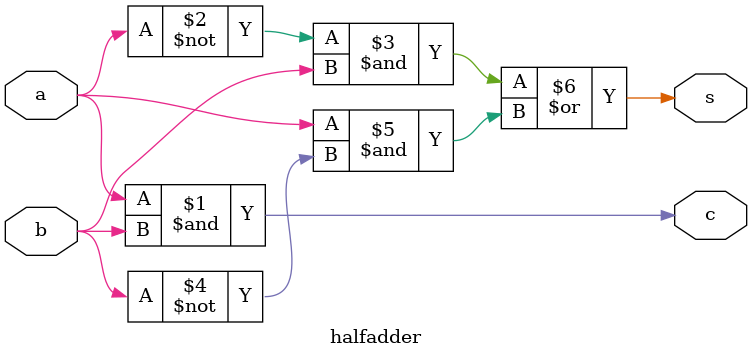
<source format=v>
`timescale 1ns / 1ps


module halfadder(a,b,c,s);
input a,b;
output c,s;

assign c=a&b;
assign s=(~a)&b | a&(~b);

endmodule

</source>
